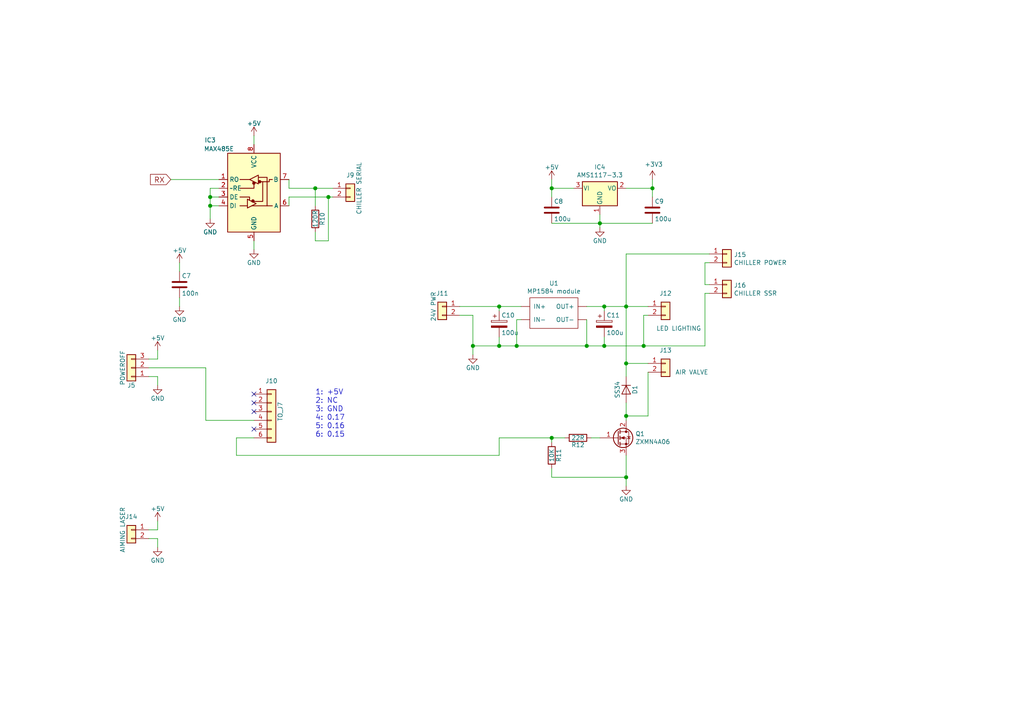
<source format=kicad_sch>
(kicad_sch (version 20210615) (generator eeschema)
  (paper "A4")
  (lib_symbols
    (symbol "Connector_Generic:Conn_01x02" (pin_names (offset 1.016) hide)
      (property "Reference" "J" (at 0 2.54 0))
      (property "Value" "Conn_01x02" (at 0 -5.08 0))
      (symbol "Conn_01x02_1_1"
        (rectangle (start -1.27 -2.413) (end 0 -2.667) (stroke (width 0.1524)))
        (rectangle (start -1.27 0.127) (end 0 -0.127) (stroke (width 0.1524)))
        (rectangle (start -1.27 1.27) (end 1.27 -3.81) (stroke (width 0.254)) (fill (type background)))
        (pin passive line (at -5.08 0 0) (length 3.81) (name "Pin_1") (number "1"))
        (pin passive line (at -5.08 -2.54 0) (length 3.81) (name "Pin_2") (number "2"))
      )
    )
    (symbol "Connector_Generic:Conn_01x03" (pin_names (offset 1.016) hide)
      (property "Reference" "J" (at 0 5.08 0))
      (property "Value" "Conn_01x03" (at 0 -5.08 0))
      (symbol "Conn_01x03_1_1"
        (rectangle (start -1.27 -2.413) (end 0 -2.667) (stroke (width 0.1524)))
        (rectangle (start -1.27 0.127) (end 0 -0.127) (stroke (width 0.1524)))
        (rectangle (start -1.27 2.667) (end 0 2.413) (stroke (width 0.1524)))
        (rectangle (start -1.27 3.81) (end 1.27 -3.81) (stroke (width 0.254)) (fill (type background)))
        (pin passive line (at -5.08 2.54 0) (length 3.81) (name "Pin_1") (number "1"))
        (pin passive line (at -5.08 0 0) (length 3.81) (name "Pin_2") (number "2"))
        (pin passive line (at -5.08 -2.54 0) (length 3.81) (name "Pin_3") (number "3"))
      )
    )
    (symbol "Connector_Generic:Conn_01x06" (pin_names (offset 1.016) hide)
      (property "Reference" "J" (at 0 7.62 0))
      (property "Value" "Conn_01x06" (at 0 -10.16 0))
      (symbol "Conn_01x06_1_1"
        (rectangle (start -1.27 -7.493) (end 0 -7.747) (stroke (width 0.1524)))
        (rectangle (start -1.27 -4.953) (end 0 -5.207) (stroke (width 0.1524)))
        (rectangle (start -1.27 -2.413) (end 0 -2.667) (stroke (width 0.1524)))
        (rectangle (start -1.27 0.127) (end 0 -0.127) (stroke (width 0.1524)))
        (rectangle (start -1.27 2.667) (end 0 2.413) (stroke (width 0.1524)))
        (rectangle (start -1.27 5.207) (end 0 4.953) (stroke (width 0.1524)))
        (rectangle (start -1.27 6.35) (end 1.27 -8.89) (stroke (width 0.254)) (fill (type background)))
        (pin passive line (at -5.08 5.08 0) (length 3.81) (name "Pin_1") (number "1"))
        (pin passive line (at -5.08 2.54 0) (length 3.81) (name "Pin_2") (number "2"))
        (pin passive line (at -5.08 0 0) (length 3.81) (name "Pin_3") (number "3"))
        (pin passive line (at -5.08 -2.54 0) (length 3.81) (name "Pin_4") (number "4"))
        (pin passive line (at -5.08 -5.08 0) (length 3.81) (name "Pin_5") (number "5"))
        (pin passive line (at -5.08 -7.62 0) (length 3.81) (name "Pin_6") (number "6"))
      )
    )
    (symbol "Device:C" (pin_numbers hide) (pin_names (offset 0.254))
      (property "Reference" "C" (at 0.635 2.54 0))
      (property "Value" "C" (at 0.635 -2.54 0))
      (symbol "C_0_1"
        (polyline (pts (xy -2.032 -0.762) (xy 2.032 -0.762)) (stroke (width 0.508)))
        (polyline (pts (xy -2.032 0.762) (xy 2.032 0.762)) (stroke (width 0.508)))
      )
      (symbol "C_1_1"
        (pin passive line (at 0 3.81 270) (length 2.794) (name "~") (number "1"))
        (pin passive line (at 0 -3.81 90) (length 2.794) (name "~") (number "2"))
      )
    )
    (symbol "Device:CP" (pin_numbers hide) (pin_names (offset 0.254))
      (property "Reference" "C" (at 0.635 2.54 0))
      (property "Value" "CP" (at 0.635 -2.54 0))
      (symbol "CP_0_1"
        (rectangle (start -2.286 0.508) (end -2.286 1.016))
        (rectangle (start -2.286 0.508) (end 2.286 0.508))
        (rectangle (start 2.286 1.016) (end -2.286 1.016))
        (rectangle (start 2.286 1.016) (end 2.286 0.508))
        (rectangle (start 2.286 -0.508) (end -2.286 -1.016) (fill (type outline)))
        (polyline (pts (xy -1.778 2.286) (xy -0.762 2.286)))
        (polyline (pts (xy -1.27 2.794) (xy -1.27 1.778)))
      )
      (symbol "CP_1_1"
        (pin passive line (at 0 3.81 270) (length 2.794) (name "~") (number "1"))
        (pin passive line (at 0 -3.81 90) (length 2.794) (name "~") (number "2"))
      )
    )
    (symbol "Device:D" (pin_numbers hide) (pin_names (offset 1.016) hide)
      (property "Reference" "D" (at 0 2.54 0))
      (property "Value" "D" (at 0 -2.54 0))
      (symbol "D_0_1"
        (polyline (pts (xy -1.27 1.27) (xy -1.27 -1.27)) (stroke (width 0.2032)))
        (polyline (pts (xy 1.27 0) (xy -1.27 0)))
        (polyline (pts (xy 1.27 1.27) (xy 1.27 -1.27) (xy -1.27 0) (xy 1.27 1.27)) (stroke (width 0.2032)))
      )
      (symbol "D_1_1"
        (pin passive line (at -3.81 0 0) (length 2.54) (name "K") (number "1"))
        (pin passive line (at 3.81 0 180) (length 2.54) (name "A") (number "2"))
      )
    )
    (symbol "Device:Q_NMOS_GDS" (pin_names (offset 0) hide)
      (property "Reference" "Q" (at 5.08 1.27 0))
      (property "Value" "Q_NMOS_GDS" (at 5.08 -1.27 0))
      (symbol "Q_NMOS_GDS_0_1"
        (circle (center 1.651 0) (radius 2.8194) (stroke (width 0.254)))
        (circle (center 2.54 -1.778) (radius 0.2794) (fill (type outline)))
        (circle (center 2.54 1.778) (radius 0.2794) (fill (type outline)))
        (polyline (pts (xy 0.0508 0) (xy 0.254 0)))
        (polyline (pts (xy 0.762 -1.778) (xy 2.54 -1.778)))
        (polyline (pts (xy 0.762 -1.27) (xy 0.762 -2.286)) (stroke (width 0.254)))
        (polyline (pts (xy 0.762 0) (xy 2.54 0)))
        (polyline (pts (xy 0.762 0.508) (xy 0.762 -0.508)) (stroke (width 0.254)))
        (polyline (pts (xy 0.762 1.778) (xy 2.54 1.778)))
        (polyline (pts (xy 0.762 2.286) (xy 0.762 1.27)) (stroke (width 0.254)))
        (polyline (pts (xy 2.54 -1.778) (xy 2.54 -2.54)))
        (polyline (pts (xy 2.54 -1.778) (xy 2.54 0)))
        (polyline (pts (xy 2.54 2.54) (xy 2.54 1.778)))
        (polyline (pts (xy 0.254 1.905) (xy 0.254 -1.905) (xy 0.254 -1.905)) (stroke (width 0.254)))
        (polyline (pts (xy 2.54 -1.778) (xy 3.302 -1.778) (xy 3.302 1.778) (xy 2.54 1.778)))
        (polyline (pts (xy 2.794 0.508) (xy 2.921 0.381) (xy 3.683 0.381) (xy 3.81 0.254)))
        (polyline (pts (xy 3.302 0.381) (xy 2.921 -0.254) (xy 3.683 -0.254) (xy 3.302 0.381)))
        (polyline (pts (xy 1.016 0) (xy 2.032 0.381) (xy 2.032 -0.381) (xy 1.016 0)) (fill (type outline)))
      )
      (symbol "Q_NMOS_GDS_1_1"
        (pin input line (at -5.08 0 0) (length 5.08) (name "G") (number "1"))
        (pin passive line (at 2.54 5.08 270) (length 2.54) (name "D") (number "2"))
        (pin passive line (at 2.54 -5.08 90) (length 2.54) (name "S") (number "3"))
      )
    )
    (symbol "Device:R" (pin_numbers hide) (pin_names (offset 0))
      (property "Reference" "R" (at 2.032 0 90))
      (property "Value" "R" (at 0 0 90))
      (symbol "R_0_1"
        (rectangle (start -1.016 -2.54) (end 1.016 2.54) (stroke (width 0.254)))
      )
      (symbol "R_1_1"
        (pin passive line (at 0 3.81 270) (length 1.27) (name "~") (number "1"))
        (pin passive line (at 0 -3.81 90) (length 1.27) (name "~") (number "2"))
      )
    )
    (symbol "Interface_UART:MAX485E"
      (property "Reference" "U" (at -6.096 11.43 0))
      (property "Value" "MAX485E" (at 0.762 11.43 0))
      (symbol "MAX485E_0_1"
        (circle (center -0.3048 -3.683) (radius 0.3556) (stroke (width 0.254)) (fill (type outline)))
        (circle (center -0.0254 1.4986) (radius 0.3556) (stroke (width 0.254)) (fill (type outline)))
        (circle (center 1.651 1.905) (radius 0.3556) (stroke (width 0.254)) (fill (type outline)))
        (rectangle (start 1.27 3.175) (end 1.27 3.175))
        (rectangle (start -7.62 10.16) (end 7.62 -12.7) (stroke (width 0.254)) (fill (type background)))
        (polyline (pts (xy -4.064 -5.08) (xy -1.905 -5.08)) (stroke (width 0.254)))
        (polyline (pts (xy -4.064 2.54) (xy -1.27 2.54)) (stroke (width 0.254)))
        (polyline (pts (xy -1.27 -3.2004) (xy -1.27 -3.4544)) (stroke (width 0.254)))
        (polyline (pts (xy -0.635 -5.08) (xy 5.334 -5.08)) (stroke (width 0.254)))
        (polyline (pts (xy -4.064 -2.54) (xy -1.27 -2.54) (xy -1.27 -3.175)) (stroke (width 0.254)))
        (polyline (pts (xy 0 1.27) (xy 0 0) (xy -4.064 0)) (stroke (width 0.254)))
        (polyline (pts (xy 1.27 3.175) (xy 3.81 3.175) (xy 3.81 -5.08)) (stroke (width 0.254)))
        (polyline (pts (xy 2.54 1.905) (xy 2.54 -3.81) (xy 0 -3.81)) (stroke (width 0.254)))
        (polyline (pts (xy -1.905 -3.175) (xy -1.905 -5.715) (xy 0.635 -4.445) (xy -1.905 -3.175)) (stroke (width 0.254)))
        (polyline (pts (xy -1.27 2.54) (xy 1.27 3.81) (xy 1.27 1.27) (xy -1.27 2.54)) (stroke (width 0.254)))
        (polyline (pts (xy 1.905 1.905) (xy 4.445 1.905) (xy 4.445 2.54) (xy 5.334 2.54)) (stroke (width 0.254)))
      )
      (symbol "MAX485E_1_1"
        (pin output line (at -10.16 2.54 0) (length 2.54) (name "RO") (number "1"))
        (pin input line (at -10.16 0 0) (length 2.54) (name "~RE") (number "2"))
        (pin input line (at -10.16 -2.54 0) (length 2.54) (name "DE") (number "3"))
        (pin input line (at -10.16 -5.08 0) (length 2.54) (name "DI") (number "4"))
        (pin power_in line (at 0 -15.24 90) (length 2.54) (name "GND") (number "5"))
        (pin bidirectional line (at 10.16 -5.08 180) (length 2.54) (name "A") (number "6"))
        (pin bidirectional line (at 10.16 2.54 180) (length 2.54) (name "B") (number "7"))
        (pin power_in line (at 0 12.7 270) (length 2.54) (name "VCC") (number "8"))
      )
    )
    (symbol "Regulator_Linear:AMS1117-3.3" (pin_names (offset 0.254))
      (property "Reference" "U" (at -3.81 3.175 0))
      (property "Value" "AMS1117-3.3" (at 0 3.175 0))
      (symbol "AMS1117-3.3_0_1"
        (rectangle (start -5.08 -5.08) (end 5.08 1.905) (stroke (width 0.254)) (fill (type background)))
      )
      (symbol "AMS1117-3.3_1_1"
        (pin power_in line (at 0 -7.62 90) (length 2.54) (name "GND") (number "1"))
        (pin power_out line (at 7.62 0 180) (length 2.54) (name "VO") (number "2"))
        (pin power_in line (at -7.62 0 0) (length 2.54) (name "VI") (number "3"))
      )
    )
    (symbol "buck-converter:buck-converter" (pin_numbers hide) (pin_names (offset 1.016))
      (property "Reference" "U" (at 0 8.89 0))
      (property "Value" "buck-converter" (at 0 6.35 0))
      (symbol "buck-converter_0_1"
        (rectangle (start -6.35 3.81) (end 7.62 -5.08))
      )
      (symbol "buck-converter_1_1"
        (pin input line (at -8.89 1.27 0) (length 2.54) (name "IN+") (number "IN+"))
        (pin input line (at -8.89 -2.54 0) (length 2.54) (name "IN-") (number "IN-"))
        (pin output line (at 10.16 1.27 180) (length 2.54) (name "OUT+") (number "OUT+"))
        (pin output line (at 10.16 -2.54 180) (length 2.54) (name "OUT-") (number "OUT-"))
      )
    )
    (symbol "power:+3.3V" (power) (pin_names (offset 0))
      (property "Value" "+3.3V" (at 0 3.556 0))
      (symbol "+3.3V_0_1"
        (polyline (pts (xy -0.762 1.27) (xy 0 2.54)))
        (polyline (pts (xy 0 0) (xy 0 2.54)))
        (polyline (pts (xy 0 2.54) (xy 0.762 1.27)))
      )
      (symbol "+3.3V_1_1"
        (pin power_in line (at 0 0 90) (length 0) hide (name "+3V3") (number "1"))
      )
    )
    (symbol "power:+5V" (power) (pin_names (offset 0))
      (property "Value" "+5V" (at 0 3.556 0))
      (symbol "+5V_0_1"
        (polyline (pts (xy -0.762 1.27) (xy 0 2.54)))
        (polyline (pts (xy 0 0) (xy 0 2.54)))
        (polyline (pts (xy 0 2.54) (xy 0.762 1.27)))
      )
      (symbol "+5V_1_1"
        (pin power_in line (at 0 0 90) (length 0) hide (name "+5V") (number "1"))
      )
    )
    (symbol "power:GND" (power) (pin_names (offset 0))
      (property "Value" "GND" (at 0 -3.81 0))
      (symbol "GND_0_1"
        (polyline (pts (xy 0 0) (xy 0 -1.27) (xy 1.27 -1.27) (xy 0 -2.54) (xy -1.27 -1.27) (xy 0 -1.27)))
      )
      (symbol "GND_1_1"
        (pin power_in line (at 0 0 270) (length 0) hide (name "GND") (number "1"))
      )
    )
  )
  (junction (at 60.96 57.15) (diameter 1.016))
  (junction (at 60.96 59.69) (diameter 1.016))
  (junction (at 91.44 54.61) (diameter 1.016))
  (junction (at 95.25 57.15) (diameter 1.016))
  (junction (at 137.16 100.33) (diameter 1.016))
  (junction (at 144.78 88.9) (diameter 1.016))
  (junction (at 144.78 100.33) (diameter 1.016))
  (junction (at 149.86 100.33) (diameter 1.016))
  (junction (at 160.02 54.61) (diameter 1.016))
  (junction (at 160.02 127) (diameter 1.016))
  (junction (at 170.18 100.33) (diameter 1.016))
  (junction (at 173.99 64.77) (diameter 1.016))
  (junction (at 175.26 88.9) (diameter 1.016))
  (junction (at 175.26 100.33) (diameter 1.016))
  (junction (at 181.61 88.9) (diameter 1.016))
  (junction (at 181.61 105.41) (diameter 1.016))
  (junction (at 181.61 120.65) (diameter 1.016))
  (junction (at 181.61 138.43) (diameter 1.016))
  (junction (at 186.69 100.33) (diameter 1.016))
  (junction (at 189.23 54.61) (diameter 1.016))
  (no_connect (at 73.66 114.3))
  (no_connect (at 73.66 116.84))
  (no_connect (at 73.66 119.38))
  (no_connect (at 73.66 124.46))
  (wire (pts (xy 43.18 109.22) (xy 45.72 109.22)))
  (wire (pts (xy 43.18 153.67) (xy 45.72 153.67)))
  (wire (pts (xy 43.18 156.21) (xy 45.72 156.21)))
  (wire (pts (xy 45.72 101.6) (xy 45.72 104.14)))
  (wire (pts (xy 45.72 104.14) (xy 43.18 104.14)))
  (wire (pts (xy 45.72 109.22) (xy 45.72 111.76)))
  (wire (pts (xy 45.72 153.67) (xy 45.72 151.13)))
  (wire (pts (xy 45.72 156.21) (xy 45.72 158.75)))
  (wire (pts (xy 52.07 78.74) (xy 52.07 76.2)))
  (wire (pts (xy 52.07 88.9) (xy 52.07 86.36)))
  (wire (pts (xy 59.69 106.68) (xy 43.18 106.68)))
  (wire (pts (xy 59.69 121.92) (xy 59.69 106.68)))
  (wire (pts (xy 59.69 121.92) (xy 73.66 121.92)))
  (wire (pts (xy 60.96 54.61) (xy 60.96 57.15)))
  (wire (pts (xy 60.96 57.15) (xy 60.96 59.69)))
  (wire (pts (xy 60.96 57.15) (xy 63.5 57.15)))
  (wire (pts (xy 60.96 59.69) (xy 60.96 63.5)))
  (wire (pts (xy 63.5 52.07) (xy 49.53 52.07)))
  (wire (pts (xy 63.5 54.61) (xy 60.96 54.61)))
  (wire (pts (xy 63.5 59.69) (xy 60.96 59.69)))
  (wire (pts (xy 68.58 127) (xy 68.58 132.08)))
  (wire (pts (xy 68.58 132.08) (xy 144.78 132.08)))
  (wire (pts (xy 73.66 39.37) (xy 73.66 41.91)))
  (wire (pts (xy 73.66 72.39) (xy 73.66 69.85)))
  (wire (pts (xy 73.66 127) (xy 68.58 127)))
  (wire (pts (xy 83.82 52.07) (xy 83.82 54.61)))
  (wire (pts (xy 83.82 54.61) (xy 91.44 54.61)))
  (wire (pts (xy 83.82 57.15) (xy 83.82 59.69)))
  (wire (pts (xy 83.82 57.15) (xy 95.25 57.15)))
  (wire (pts (xy 91.44 54.61) (xy 91.44 59.69)))
  (wire (pts (xy 91.44 54.61) (xy 96.52 54.61)))
  (wire (pts (xy 91.44 69.85) (xy 91.44 67.31)))
  (wire (pts (xy 91.44 69.85) (xy 95.25 69.85)))
  (wire (pts (xy 95.25 57.15) (xy 96.52 57.15)))
  (wire (pts (xy 95.25 69.85) (xy 95.25 57.15)))
  (wire (pts (xy 133.35 88.9) (xy 144.78 88.9)))
  (wire (pts (xy 133.35 91.44) (xy 137.16 91.44)))
  (wire (pts (xy 137.16 91.44) (xy 137.16 100.33)))
  (wire (pts (xy 137.16 100.33) (xy 137.16 102.87)))
  (wire (pts (xy 137.16 100.33) (xy 144.78 100.33)))
  (wire (pts (xy 144.78 88.9) (xy 144.78 90.17)))
  (wire (pts (xy 144.78 88.9) (xy 151.13 88.9)))
  (wire (pts (xy 144.78 97.79) (xy 144.78 100.33)))
  (wire (pts (xy 144.78 100.33) (xy 149.86 100.33)))
  (wire (pts (xy 144.78 127) (xy 160.02 127)))
  (wire (pts (xy 144.78 132.08) (xy 144.78 127)))
  (wire (pts (xy 149.86 92.71) (xy 149.86 100.33)))
  (wire (pts (xy 149.86 100.33) (xy 170.18 100.33)))
  (wire (pts (xy 151.13 92.71) (xy 149.86 92.71)))
  (wire (pts (xy 160.02 52.07) (xy 160.02 54.61)))
  (wire (pts (xy 160.02 54.61) (xy 160.02 57.15)))
  (wire (pts (xy 160.02 54.61) (xy 166.37 54.61)))
  (wire (pts (xy 160.02 64.77) (xy 173.99 64.77)))
  (wire (pts (xy 160.02 127) (xy 160.02 128.27)))
  (wire (pts (xy 160.02 127) (xy 163.83 127)))
  (wire (pts (xy 160.02 135.89) (xy 160.02 138.43)))
  (wire (pts (xy 160.02 138.43) (xy 181.61 138.43)))
  (wire (pts (xy 170.18 88.9) (xy 175.26 88.9)))
  (wire (pts (xy 170.18 92.71) (xy 170.18 100.33)))
  (wire (pts (xy 170.18 100.33) (xy 175.26 100.33)))
  (wire (pts (xy 173.99 62.23) (xy 173.99 64.77)))
  (wire (pts (xy 173.99 64.77) (xy 173.99 66.04)))
  (wire (pts (xy 173.99 64.77) (xy 189.23 64.77)))
  (wire (pts (xy 173.99 127) (xy 171.45 127)))
  (wire (pts (xy 175.26 88.9) (xy 175.26 90.17)))
  (wire (pts (xy 175.26 88.9) (xy 181.61 88.9)))
  (wire (pts (xy 175.26 100.33) (xy 175.26 97.79)))
  (wire (pts (xy 175.26 100.33) (xy 186.69 100.33)))
  (wire (pts (xy 181.61 54.61) (xy 189.23 54.61)))
  (wire (pts (xy 181.61 73.66) (xy 181.61 88.9)))
  (wire (pts (xy 181.61 88.9) (xy 181.61 105.41)))
  (wire (pts (xy 181.61 88.9) (xy 187.96 88.9)))
  (wire (pts (xy 181.61 105.41) (xy 181.61 109.22)))
  (wire (pts (xy 181.61 116.84) (xy 181.61 120.65)))
  (wire (pts (xy 181.61 120.65) (xy 181.61 121.92)))
  (wire (pts (xy 181.61 120.65) (xy 187.96 120.65)))
  (wire (pts (xy 181.61 132.08) (xy 181.61 138.43)))
  (wire (pts (xy 181.61 138.43) (xy 181.61 140.97)))
  (wire (pts (xy 186.69 91.44) (xy 187.96 91.44)))
  (wire (pts (xy 186.69 100.33) (xy 186.69 91.44)))
  (wire (pts (xy 186.69 100.33) (xy 204.47 100.33)))
  (wire (pts (xy 187.96 105.41) (xy 181.61 105.41)))
  (wire (pts (xy 187.96 107.95) (xy 187.96 120.65)))
  (wire (pts (xy 189.23 52.07) (xy 189.23 54.61)))
  (wire (pts (xy 189.23 54.61) (xy 189.23 57.15)))
  (wire (pts (xy 204.47 76.2) (xy 204.47 82.55)))
  (wire (pts (xy 204.47 82.55) (xy 205.74 82.55)))
  (wire (pts (xy 204.47 85.09) (xy 205.74 85.09)))
  (wire (pts (xy 204.47 100.33) (xy 204.47 85.09)))
  (wire (pts (xy 205.74 73.66) (xy 181.61 73.66)))
  (wire (pts (xy 205.74 76.2) (xy 204.47 76.2)))
  (text "1: +5V\n2: NC\n3: GND\n4: 0.17\n5: 0.16\n6: 0.15" (at 91.44 127 0) (effects (font (size 1.524 1.524)) (justify left bottom)))
  (global_label "RX" (shape input) (at 49.53 52.07 180) (effects (font (size 1.524 1.524))) (property "Intersheet References" "${INTERSHEET_REFS}" (effects hide)))
  (symbol (lib_id "power:+5V") (at 45.72 101.6 0) (unit 1)
    (property "Reference" "#PWR038" (effects hide))
    (property "Value" "+5V" (at 45.72 98.044 0))
  )
  (symbol (lib_id "power:+5V") (at 45.72 151.13 0) (unit 1)
    (property "Reference" "#PWR042" (effects hide))
    (property "Value" "+5V" (at 45.72 147.574 0))
  )
  (symbol (lib_id "power:+5V") (at 52.07 76.2 0) (unit 1)
    (property "Reference" "#PWR032" (effects hide))
    (property "Value" "+5V" (at 52.07 72.644 0))
  )
  (symbol (lib_id "power:+5V") (at 73.66 39.37 0) (unit 1)
    (property "Reference" "#PWR031" (effects hide))
    (property "Value" "+5V" (at 73.66 35.814 0))
  )
  (symbol (lib_id "power:+5V") (at 160.02 52.07 0) (unit 1)
    (property "Reference" "#PWR034" (effects hide))
    (property "Value" "+5V" (at 160.02 48.514 0))
  )
  (symbol (lib_id "power:+3.3V") (at 189.23 52.07 0) (unit 1)
    (property "Reference" "#PWR0101" (effects hide))
    (property "Value" "+3.3V" (at 189.611 47.6758 0))
  )
  (symbol (lib_id "power:GND") (at 45.72 111.76 0) (unit 1)
    (property "Reference" "#PWR037" (effects hide))
    (property "Value" "GND" (at 45.72 115.57 0))
  )
  (symbol (lib_id "power:GND") (at 45.72 158.75 0) (unit 1)
    (property "Reference" "#PWR041" (effects hide))
    (property "Value" "GND" (at 45.72 162.56 0))
  )
  (symbol (lib_id "power:GND") (at 52.07 88.9 0) (unit 1)
    (property "Reference" "#PWR033" (effects hide))
    (property "Value" "GND" (at 52.07 92.71 0))
  )
  (symbol (lib_id "power:GND") (at 60.96 63.5 0) (unit 1)
    (property "Reference" "#PWR030" (effects hide))
    (property "Value" "GND" (at 60.96 67.31 0))
  )
  (symbol (lib_id "power:GND") (at 73.66 72.39 0) (unit 1)
    (property "Reference" "#PWR029" (effects hide))
    (property "Value" "GND" (at 73.66 76.2 0))
  )
  (symbol (lib_id "power:GND") (at 137.16 102.87 0) (unit 1)
    (property "Reference" "#PWR039" (effects hide))
    (property "Value" "GND" (at 137.16 106.68 0))
  )
  (symbol (lib_id "power:GND") (at 173.99 66.04 0) (unit 1)
    (property "Reference" "#PWR036" (effects hide))
    (property "Value" "GND" (at 173.99 69.85 0))
  )
  (symbol (lib_id "power:GND") (at 181.61 140.97 0) (unit 1)
    (property "Reference" "#PWR040" (effects hide))
    (property "Value" "GND" (at 181.61 144.78 0))
  )
  (symbol (lib_id "Device:R") (at 91.44 63.5 0) (unit 1)
    (property "Reference" "R10" (at 93.472 63.5 90))
    (property "Value" "120R" (at 91.44 63.5 90))
    (property "Footprint" "Resistor_SMD:R_0603_1608Metric" (effects hide))
  )
  (symbol (lib_id "Device:R") (at 160.02 132.08 0) (unit 1)
    (property "Reference" "R11" (at 162.052 132.08 90))
    (property "Value" "10K" (at 160.02 132.08 90))
    (property "Footprint" "Resistor_SMD:R_0603_1608Metric" (effects hide))
  )
  (symbol (lib_id "Device:R") (at 167.64 127 270) (unit 1)
    (property "Reference" "R12" (at 167.64 129.032 90))
    (property "Value" "22R" (at 167.64 127 90))
    (property "Footprint" "Resistor_SMD:R_0603_1608Metric" (effects hide))
  )
  (symbol (lib_id "Device:D") (at 181.61 113.03 270) (unit 1)
    (property "Reference" "D1" (at 184.15 113.03 0))
    (property "Value" "SS34" (at 179.07 113.03 0))
    (property "Footprint" "Diode_SMD:D_SMA" (effects hide))
  )
  (symbol (lib_id "Connector_Generic:Conn_01x02") (at 38.1 153.67 0) (mirror y) (unit 1)
    (property "Reference" "J14" (at 38.1 149.86 0))
    (property "Value" "AIMING LASER" (at 35.56 153.67 90))
    (property "Footprint" "Connector_JST:JST_PH_B2B-PH-K_1x02_P2.00mm_Vertical" (effects hide))
  )
  (symbol (lib_id "Connector_Generic:Conn_01x02") (at 101.6 54.61 0) (unit 1)
    (property "Reference" "J9" (at 101.6 50.8 0))
    (property "Value" "CHILLER SERIAL" (at 104.14 54.61 90))
    (property "Footprint" "Connector_JST:JST_PH_B2B-PH-K_1x02_P2.00mm_Vertical" (effects hide))
  )
  (symbol (lib_id "Connector_Generic:Conn_01x02") (at 128.27 88.9 0) (mirror y) (unit 1)
    (property "Reference" "J11" (at 128.27 85.09 0))
    (property "Value" "24V PWR" (at 125.73 88.9 90))
    (property "Footprint" "Connector_JST:JST_PH_B2B-PH-K_1x02_P2.00mm_Vertical" (effects hide))
  )
  (symbol (lib_id "Connector_Generic:Conn_01x02") (at 193.04 88.9 0) (unit 1)
    (property "Reference" "J12" (at 193.04 85.09 0))
    (property "Value" "LED LIGHTING" (at 196.85 95.25 0))
    (property "Footprint" "Connector_JST:JST_PH_B2B-PH-K_1x02_P2.00mm_Vertical" (effects hide))
  )
  (symbol (lib_id "Connector_Generic:Conn_01x02") (at 193.04 105.41 0) (unit 1)
    (property "Reference" "J13" (at 193.04 101.6 0))
    (property "Value" "AIR VALVE" (at 200.66 107.95 0))
    (property "Footprint" "Connector_JST:JST_PH_B2B-PH-K_1x02_P2.00mm_Vertical" (effects hide))
  )
  (symbol (lib_id "Connector_Generic:Conn_01x02") (at 210.82 73.66 0) (unit 1)
    (property "Reference" "J15" (at 212.852 73.8632 0) (effects (justify left)))
    (property "Value" "CHILLER POWER" (at 212.852 76.1746 0) (effects (justify left)))
    (property "Footprint" "Connector_JST:JST_PH_B2B-PH-K_1x02_P2.00mm_Vertical" (effects hide))
  )
  (symbol (lib_id "Connector_Generic:Conn_01x02") (at 210.82 82.55 0) (unit 1)
    (property "Reference" "J16" (at 212.8266 82.7532 0) (effects (justify left)))
    (property "Value" "CHILLER SSR" (at 212.8266 85.0646 0) (effects (justify left)))
    (property "Footprint" "Connector_JST:JST_PH_B2B-PH-K_1x02_P2.00mm_Vertical" (effects hide))
  )
  (symbol (lib_id "Device:C") (at 52.07 82.55 0) (unit 1)
    (property "Reference" "C7" (at 52.705 80.01 0) (effects (justify left)))
    (property "Value" "100n" (at 52.705 85.09 0) (effects (justify left)))
    (property "Footprint" "Capacitor_SMD:C_0603_1608Metric" (effects hide))
  )
  (symbol (lib_id "Device:CP") (at 144.78 93.98 0) (unit 1)
    (property "Reference" "C10" (at 145.415 91.44 0) (effects (justify left)))
    (property "Value" "100u" (at 145.415 96.52 0) (effects (justify left)))
    (property "Footprint" "Capacitor_SMD:CP_Elec_10x10" (effects hide))
  )
  (symbol (lib_id "Device:C") (at 160.02 60.96 0) (unit 1)
    (property "Reference" "C8" (at 160.655 58.42 0) (effects (justify left)))
    (property "Value" "100u" (at 160.655 63.5 0) (effects (justify left)))
    (property "Footprint" "Capacitor_SMD:CP_Elec_10x10" (effects hide))
  )
  (symbol (lib_id "Device:CP") (at 175.26 93.98 0) (unit 1)
    (property "Reference" "C11" (at 175.895 91.44 0) (effects (justify left)))
    (property "Value" "100u" (at 175.895 96.52 0) (effects (justify left)))
    (property "Footprint" "Capacitor_SMD:CP_Elec_10x10" (effects hide))
  )
  (symbol (lib_id "Device:C") (at 189.23 60.96 0) (unit 1)
    (property "Reference" "C9" (at 189.865 58.42 0) (effects (justify left)))
    (property "Value" "100u" (at 189.865 63.5 0) (effects (justify left)))
    (property "Footprint" "Capacitor_SMD:CP_Elec_10x10" (effects hide))
  )
  (symbol (lib_id "Connector_Generic:Conn_01x03") (at 38.1 106.68 180) (unit 1)
    (property "Reference" "J5" (at 38.1 111.76 0))
    (property "Value" "POWEROFF" (at 35.56 106.68 90))
    (property "Footprint" "Connector_JST:JST_PH_B3B-PH-K_1x03_P2.00mm_Vertical" (effects hide))
  )
  (symbol (lib_id "Connector_Generic:Conn_01x06") (at 78.74 119.38 0) (unit 1)
    (property "Reference" "J10" (at 78.74 110.49 0))
    (property "Value" "TO_J7" (at 81.28 119.38 90))
    (property "Footprint" "Connector_JST:JST_XH_B06B-XH-A_1x06_P2.50mm_Vertical" (effects hide))
  )
  (symbol (lib_id "Device:Q_NMOS_GDS") (at 179.07 127 0) (unit 1)
    (property "Reference" "Q1" (at 184.277 125.8316 0) (effects (justify left)))
    (property "Value" "ZXMN4A06" (at 184.277 128.143 0) (effects (justify left)))
    (property "Footprint" "Package_TO_SOT_SMD:SOT-223-3_TabPin2" (effects hide))
  )
  (symbol (lib_id "Regulator_Linear:AMS1117-3.3") (at 173.99 54.61 0) (unit 1)
    (property "Reference" "IC4" (at 173.99 48.4632 0))
    (property "Value" "AMS1117-3.3" (at 173.99 50.7746 0))
    (property "Footprint" "Package_TO_SOT_SMD:SOT-223-3_TabPin2" (effects hide))
    (property "Datasheet" "http://www.advanced-monolithic.com/pdf/ds1117.pdf" (effects hide))
  )
  (symbol (lib_id "buck-converter:buck-converter") (at 160.02 90.17 0) (unit 1)
    (property "Reference" "U1" (at 160.655 82.169 0))
    (property "Value" "MP1584 module" (at 160.655 84.4804 0))
    (property "Footprint" "mkssbase:MP1584-module" (effects hide))
  )
  (symbol (lib_id "Interface_UART:MAX485E") (at 73.66 54.61 0) (unit 1)
    (property "Reference" "IC3" (at 60.96 40.64 0))
    (property "Value" "MAX485E" (at 63.5 43.18 0))
    (property "Footprint" "Package_SO:SOIC-8_3.9x4.9mm_P1.27mm" (effects hide))
    (property "Datasheet" "https://datasheets.maximintegrated.com/en/ds/MAX1487E-MAX491E.pdf" (effects hide))
  )
)
</source>
